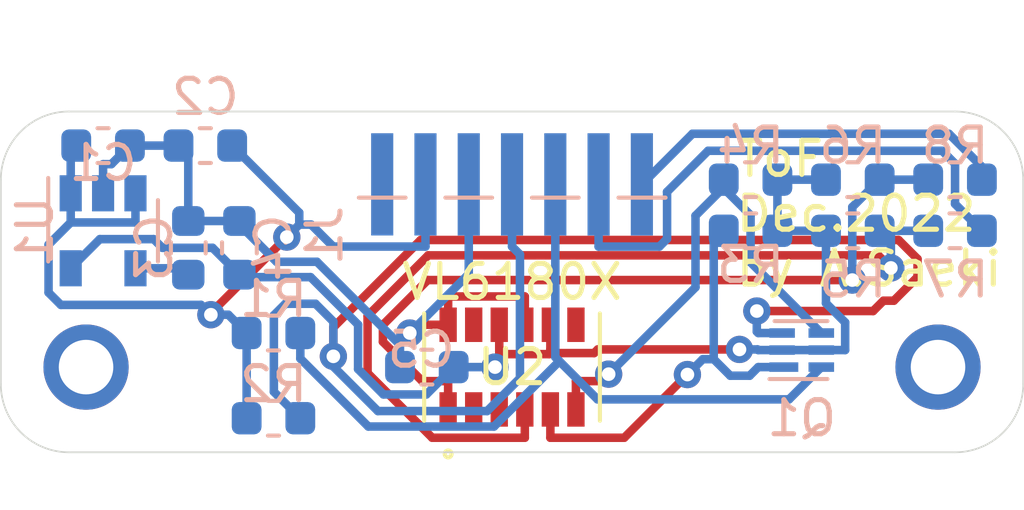
<source format=kicad_pcb>
(kicad_pcb (version 20211014) (generator pcbnew)
  (layers (0 "F.Cu" signal) (31 "B.Cu" signal) (34 "B.Paste" user) (35 "F.Paste" user) (36 "B.SilkS" user "B.Silkscreen") (37 "F.SilkS" user "F.Silkscreen") (38 "B.Mask" user) (39 "F.Mask" user) (44 "Edge.Cuts" user))
  (net 0 "")
  (net 1 "GND")
  (net 2 "VCC")
  (net 3 "Net-(C3-Pad1)")
  (net 4 "VDD")
  (net 5 "Net-(J1-Pad7)")
  (net 6 "Net-(J1-Pad6)")
  (net 7 "Net-(J1-Pad5)")
  (net 8 "Net-(J1-Pad4)")
  (net 9 "Net-(Q1-Pad4)")
  (net 10 "Net-(Q1-Pad1)")
  (net 11 "Net-(R5-Pad2)")
  (net 12 "Net-(R6-Pad2)")
  (footprint "0.main.robot:VL6180XV0NR&slash_1" (layer "F.Cu") (at 130 107.5 90)
    (fp_text reference "U2" (at 0 0 180) (layer "F.SilkS"))
    (fp_text value "VL6180X" (at 2.5 0 180) (layer "F.SilkS"))
    (fp_line (start 1.5748 -2.5781) (end -1.5748 -2.5781) (layer "F.SilkS") (width 0.12))
    (fp_line (start -1.5748 2.5781) (end 1.5748 2.5781) (layer "F.SilkS") (width 0.12))
    (fp_circle (center -2.548599 -1.875) (end -2.446999 -1.875) (layer "F.SilkS") (width 0.12) (fill none))
    (pad "1" smd rect locked (at -1.2422 -1.875 90) (size 1.011199 0.5088) (layers "F.Cu" "F.Paste" "F.Mask") (net 12 "Net-(R6-Pad2)"))
    (pad "2" smd rect locked (at -1.2422 -1.124999 90) (size 1.011199 0.5088) (layers "F.Cu" "F.Paste" "F.Mask"))
    (pad "3" smd rect locked (at -1.2422 -0.375001 90) (size 1.011199 0.5088) (layers "F.Cu" "F.Paste" "F.Mask"))
    (pad "4" smd rect locked (at -1.2422 0.375001 90) (size 1.011199 0.5088) (layers "F.Cu" "F.Paste" "F.Mask") (net 11 "Net-(R5-Pad2)"))
    (pad "5" smd rect locked (at -1.2422 1.124999 90) (size 1.011199 0.5088) (layers "F.Cu" "F.Paste" "F.Mask") (net 10 "Net-(Q1-Pad1)"))
    (pad "6" smd rect locked (at -1.2422 1.875 90) (size 1.011199 0.5088) (layers "F.Cu" "F.Paste" "F.Mask") (net 9 "Net-(Q1-Pad4)"))
    (pad "7" smd rect locked (at 1.2422 1.875 90) (size 1.011199 0.5088) (layers "F.Cu" "F.Paste" "F.Mask"))
    (pad "8" smd rect locked (at 1.2422 1.124999 90) (size 1.011199 0.5088) (layers "F.Cu" "F.Paste" "F.Mask") (net 4 "VDD"))
    (pad "9" smd rect locked (at 1.2422 0.375001 90) (size 1.011199 0.5088) (layers "F.Cu" "F.Paste" "F.Mask") (net 1 "GND"))
    (pad "10" smd rect locked (at 1.2422 -0.375001 90) (size 1.011199 0.5088) (layers "F.Cu" "F.Paste" "F.Mask") (net 4 "VDD"))
    (pad "11" smd rect locked (at 1.2422 -1.124999 90) (size 1.011199 0.5088) (layers "F.Cu" "F.Paste" "F.Mask"))
    (pad "12" smd rect locked (at 1.2422 -1.875 90) (size 1.011199 0.5088) (layers "F.Cu" "F.Paste" "F.Mask") (net 1 "GND"))
  )
  (footprint "Capacitor_SMD:C_0603_1608Metric" (layer "B.Cu") (at 118 101)
    (fp_text reference "C1" (at 0 0.51) (layer "B.SilkS") (effects (justify mirror)))
    (fp_text value "1u")
    (fp_line (start -0.162779 -0.51) (end 0.162779 -0.51) (layer "B.SilkS") (width 0.12))
    (fp_line (start -0.162779 0.51) (end 0.162779 0.51) (layer "B.SilkS") (width 0.12))
    (pad "1" smd roundrect locked (at -0.7875 0) (size 0.875 0.95) (layers "B.Cu" "B.Paste" "B.Mask") (net 2 "VCC"))
    (pad "2" smd roundrect locked (at 0.7875 0) (size 0.875 0.95) (layers "B.Cu" "B.Paste" "B.Mask") (net 1 "GND"))
  )
  (footprint "Capacitor_SMD:C_0603_1608Metric" (layer "B.Cu") (at 121 101 180)
    (fp_text reference "C2" (at 0 1.43) (layer "B.SilkS") (effects (justify mirror)))
    (fp_text value "0.1u")
    (fp_line (start -0.162779 -0.51) (end 0.162779 -0.51) (layer "B.SilkS") (width 0.12))
    (fp_line (start -0.162779 0.51) (end 0.162779 0.51) (layer "B.SilkS") (width 0.12))
    (pad "1" smd roundrect locked (at -0.7875 0 180) (size 0.875 0.95) (layers "B.Cu" "B.Paste" "B.Mask") (net 2 "VCC"))
    (pad "2" smd roundrect locked (at 0.7875 0 180) (size 0.875 0.95) (layers "B.Cu" "B.Paste" "B.Mask") (net 1 "GND"))
  )
  (footprint "Capacitor_SMD:C_0603_1608Metric" (layer "B.Cu") (at 120.5 104 90)
    (fp_text reference "C3" (at 0 -1 90) (layer "B.SilkS") (effects (justify mirror)))
    (fp_text value "0.01u")
    (fp_line (start -0.162779 0.51) (end 0.162779 0.51) (layer "B.SilkS") (width 0.12))
    (fp_line (start -0.162779 -0.51) (end 0.162779 -0.51) (layer "B.SilkS") (width 0.12))
    (pad "1" smd roundrect locked (at -0.7875 0 90) (size 0.875 0.95) (layers "B.Cu" "B.Paste" "B.Mask") (net 3 "Net-(C3-Pad1)"))
    (pad "2" smd roundrect locked (at 0.7875 0 90) (size 0.875 0.95) (layers "B.Cu" "B.Paste" "B.Mask") (net 1 "GND"))
  )
  (footprint "Capacitor_SMD:C_0603_1608Metric" (layer "B.Cu") (at 122 104 90)
    (fp_text reference "C4" (at 0 1 90) (layer "B.SilkS") (effects (justify mirror)))
    (fp_text value "1u")
    (fp_line (start -0.162779 0.51) (end 0.162779 0.51) (layer "B.SilkS") (width 0.12))
    (fp_line (start -0.162779 -0.51) (end 0.162779 -0.51) (layer "B.SilkS") (width 0.12))
    (pad "1" smd roundrect locked (at -0.7875 0 90) (size 0.875 0.95) (layers "B.Cu" "B.Paste" "B.Mask") (net 4 "VDD"))
    (pad "2" smd roundrect locked (at 0.7875 0 90) (size 0.875 0.95) (layers "B.Cu" "B.Paste" "B.Mask") (net 1 "GND"))
  )
  (footprint "Capacitor_SMD:C_0603_1608Metric" (layer "B.Cu") (at 127.5 107.5 180)
    (fp_text reference "C5" (at 0.162779 0.51) (layer "B.SilkS") (effects (justify mirror)))
    (fp_text value "0.1u")
    (fp_line (start -0.162779 -0.51) (end 0.162779 -0.51) (layer "B.SilkS") (width 0.12))
    (fp_line (start -0.162779 0.51) (end 0.162779 0.51) (layer "B.SilkS") (width 0.12))
    (pad "1" smd roundrect locked (at -0.7875 0 180) (size 0.875 0.95) (layers "B.Cu" "B.Paste" "B.Mask") (net 4 "VDD"))
    (pad "2" smd roundrect locked (at 0.7875 0 180) (size 0.875 0.95) (layers "B.Cu" "B.Paste" "B.Mask") (net 1 "GND"))
  )
  (footprint "Package_SON:WSON-6_1.5x1.5mm_P0.5mm" (layer "B.Cu") (at 138.5 107)
    (fp_text reference "Q1" (at 0 2) (layer "B.SilkS") (effects (justify mirror)))
    (fp_text value "SSM6N42FE")
    (fp_line (start -0.945 0.85) (end 0.755 0.85) (layer "B.SilkS") (width 0.12))
    (fp_line (start -0.795 -0.85) (end 0.755 -0.85) (layer "B.SilkS") (width 0.12))
    (pad "1" smd rect locked (at -0.525 0.5 90) (size 0.28 0.85) (layers "B.Cu" "B.Paste" "B.Mask") (net 10 "Net-(Q1-Pad1)"))
    (pad "2" smd rect locked (at -0.575 0 90) (size 0.28 0.75) (layers "B.Cu" "B.Paste" "B.Mask") (net 4 "VDD"))
    (pad "3" smd rect locked (at -0.575 -0.5 90) (size 0.28 0.75) (layers "B.Cu" "B.Paste" "B.Mask") (net 8 "Net-(J1-Pad4)"))
    (pad "4" smd rect locked (at 0.575 -0.5 90) (size 0.28 0.75) (layers "B.Cu" "B.Paste" "B.Mask") (net 9 "Net-(Q1-Pad4)"))
    (pad "5" smd rect locked (at 0.575 0 90) (size 0.28 0.75) (layers "B.Cu" "B.Paste" "B.Mask") (net 4 "VDD"))
    (pad "6" smd rect locked (at 0.575 0.5 90) (size 0.28 0.75) (layers "B.Cu" "B.Paste" "B.Mask") (net 7 "Net-(J1-Pad5)"))
  )
  (footprint "Resistor_SMD:R_0603_1608Metric" (layer "B.Cu") (at 123 106.5)
    (fp_text reference "R1" (at 0 -1) (layer "B.SilkS") (effects (justify mirror)))
    (fp_text value "10k")
    (fp_line (start -0.162779 -0.51) (end 0.162779 -0.51) (layer "B.SilkS") (width 0.12))
    (fp_line (start -0.162779 0.51) (end 0.162779 0.51) (layer "B.SilkS") (width 0.12))
    (pad "1" smd roundrect locked (at -0.7875 0) (size 0.875 0.95) (layers "B.Cu" "B.Paste" "B.Mask") (net 2 "VCC"))
    (pad "2" smd roundrect locked (at 0.7875 0) (size 0.875 0.95) (layers "B.Cu" "B.Paste" "B.Mask") (net 7 "Net-(J1-Pad5)"))
  )
  (footprint "Resistor_SMD:R_0603_1608Metric" (layer "B.Cu") (at 123 109)
    (fp_text reference "R2" (at 0 -1) (layer "B.SilkS") (effects (justify mirror)))
    (fp_text value "10k")
    (fp_line (start -0.162779 0.51) (end 0.162779 0.51) (layer "B.SilkS") (width 0.12))
    (fp_line (start -0.162779 -0.51) (end 0.162779 -0.51) (layer "B.SilkS") (width 0.12))
    (pad "1" smd roundrect locked (at -0.7875 0) (size 0.875 0.95) (layers "B.Cu" "B.Paste" "B.Mask") (net 2 "VCC"))
    (pad "2" smd roundrect locked (at 0.7875 0) (size 0.875 0.95) (layers "B.Cu" "B.Paste" "B.Mask") (net 8 "Net-(J1-Pad4)"))
  )
  (footprint "Resistor_SMD:R_0603_1608Metric" (layer "B.Cu") (at 137 103.5 180)
    (fp_text reference "R3" (at 0 -1) (layer "B.SilkS") (effects (justify mirror)))
    (fp_text value "10k")
    (fp_line (start -0.162779 -0.51) (end 0.162779 -0.51) (layer "B.SilkS") (width 0.12))
    (fp_line (start -0.162779 0.51) (end 0.162779 0.51) (layer "B.SilkS") (width 0.12))
    (pad "1" smd roundrect locked (at -0.7875 0 180) (size 0.875 0.95) (layers "B.Cu" "B.Paste" "B.Mask") (net 4 "VDD"))
    (pad "2" smd roundrect locked (at 0.7875 0 180) (size 0.875 0.95) (layers "B.Cu" "B.Paste" "B.Mask") (net 10 "Net-(Q1-Pad1)"))
  )
  (footprint "Resistor_SMD:R_0603_1608Metric" (layer "B.Cu") (at 137 102 180)
    (fp_text reference "R4" (at 0 1) (layer "B.SilkS") (effects (justify mirror)))
    (fp_text value "10k")
    (fp_line (start -0.162779 0.51) (end 0.162779 0.51) (layer "B.SilkS") (width 0.12))
    (fp_line (start -0.162779 -0.51) (end 0.162779 -0.51) (layer "B.SilkS") (width 0.12))
    (pad "1" smd roundrect locked (at -0.7875 0 180) (size 0.875 0.95) (layers "B.Cu" "B.Paste" "B.Mask") (net 4 "VDD"))
    (pad "2" smd roundrect locked (at 0.7875 0 180) (size 0.875 0.95) (layers "B.Cu" "B.Paste" "B.Mask") (net 9 "Net-(Q1-Pad4)"))
  )
  (footprint "Resistor_SMD:R_0603_1608Metric" (layer "B.Cu") (at 140 103.5)
    (fp_text reference "R5" (at 0 1.43) (layer "B.SilkS") (effects (justify mirror)))
    (fp_text value "47k")
    (fp_line (start -0.162779 -0.51) (end 0.162779 -0.51) (layer "B.SilkS") (width 0.12))
    (fp_line (start -0.162779 0.51) (end 0.162779 0.51) (layer "B.SilkS") (width 0.12))
    (pad "1" smd roundrect locked (at -0.7875 0) (size 0.875 0.95) (layers "B.Cu" "B.Paste" "B.Mask") (net 4 "VDD"))
    (pad "2" smd roundrect locked (at 0.7875 0) (size 0.875 0.95) (layers "B.Cu" "B.Paste" "B.Mask") (net 11 "Net-(R5-Pad2)"))
  )
  (footprint "Resistor_SMD:R_0603_1608Metric" (layer "B.Cu") (at 140 102)
    (fp_text reference "R6" (at 0 -1) (layer "B.SilkS") (effects (justify mirror)))
    (fp_text value "47k")
    (fp_line (start -0.162779 -0.51) (end 0.162779 -0.51) (layer "B.SilkS") (width 0.12))
    (fp_line (start -0.162779 0.51) (end 0.162779 0.51) (layer "B.SilkS") (width 0.12))
    (pad "1" smd roundrect locked (at -0.7875 0) (size 0.875 0.95) (layers "B.Cu" "B.Paste" "B.Mask") (net 4 "VDD"))
    (pad "2" smd roundrect locked (at 0.7875 0) (size 0.875 0.95) (layers "B.Cu" "B.Paste" "B.Mask") (net 12 "Net-(R6-Pad2)"))
  )
  (footprint "Resistor_SMD:R_0603_1608Metric" (layer "B.Cu") (at 143 103.5)
    (fp_text reference "R7" (at 0 1.43) (layer "B.SilkS") (effects (justify mirror)))
    (fp_text value "1k")
    (fp_line (start -0.162779 0.51) (end 0.162779 0.51) (layer "B.SilkS") (width 0.12))
    (fp_line (start -0.162779 -0.51) (end 0.162779 -0.51) (layer "B.SilkS") (width 0.12))
    (pad "1" smd roundrect locked (at -0.7875 0) (size 0.875 0.95) (layers "B.Cu" "B.Paste" "B.Mask") (net 11 "Net-(R5-Pad2)"))
    (pad "2" smd roundrect locked (at 0.7875 0) (size 0.875 0.95) (layers "B.Cu" "B.Paste" "B.Mask") (net 6 "Net-(J1-Pad6)"))
  )
  (footprint "Resistor_SMD:R_0603_1608Metric" (layer "B.Cu") (at 143 102)
    (fp_text reference "R8" (at 0 -1) (layer "B.SilkS") (effects (justify mirror)))
    (fp_text value "1k")
    (fp_line (start -0.162779 -0.51) (end 0.162779 -0.51) (layer "B.SilkS") (width 0.12))
    (fp_line (start -0.162779 0.51) (end 0.162779 0.51) (layer "B.SilkS") (width 0.12))
    (pad "1" smd roundrect locked (at -0.7875 0) (size 0.875 0.95) (layers "B.Cu" "B.Paste" "B.Mask") (net 12 "Net-(R6-Pad2)"))
    (pad "2" smd roundrect locked (at 0.7875 0) (size 0.875 0.95) (layers "B.Cu" "B.Paste" "B.Mask") (net 5 "Net-(J1-Pad7)"))
  )
  (footprint "Package_TO_SOT_SMD:SOT-23-5" (layer "B.Cu") (at 118 103.5 -90)
    (fp_text reference "U1" (at 0 2 90) (layer "B.SilkS") (effects (justify mirror)))
    (fp_text value "Si91841")
    (fp_line (start 0.9 1.61) (end -1.55 1.61) (layer "B.SilkS") (width 0.12))
    (fp_line (start -0.9 -1.61) (end 0.9 -1.61) (layer "B.SilkS") (width 0.12))
    (pad "1" smd rect locked (at -1.1 0.95 270) (size 1.06 0.65) (layers "B.Cu" "B.Paste" "B.Mask") (net 2 "VCC"))
    (pad "2" smd rect locked (at -1.1 0 270) (size 1.06 0.65) (layers "B.Cu" "B.Paste" "B.Mask") (net 1 "GND"))
    (pad "3" smd rect locked (at -1.1 -0.95 270) (size 1.06 0.65) (layers "B.Cu" "B.Paste" "B.Mask") (net 2 "VCC"))
    (pad "4" smd rect locked (at 1.1 -0.95 270) (size 1.06 0.65) (layers "B.Cu" "B.Paste" "B.Mask") (net 3 "Net-(C3-Pad1)"))
    (pad "5" smd rect locked (at 1.1 0.95 270) (size 1.06 0.65) (layers "B.Cu" "B.Paste" "B.Mask") (net 4 "VDD"))
  )
  (footprint "0.main.robot:Pin_1x07_P1.27mm_SMD" (layer "B.Cu") (at 130 103.6375 -90)
    (fp_text reference "J1" (at 0 5.505 90) (layer "B.SilkS") (effects (justify mirror)))
    (fp_text value "Conn_01x07")
    (fp_line (start -1.11 -4.395) (end -1.11 -4.505) (layer "B.SilkS") (width 0.12))
    (fp_line (start -1.11 -0.585) (end -1.11 -1.955) (layer "B.SilkS") (width 0.12))
    (fp_line (start -1.11 4.495) (end -1.11 3.125) (layer "B.SilkS") (width 0.12))
    (fp_line (start -1.11 -3.125) (end -1.11 -4.495) (layer "B.SilkS") (width 0.12))
    (fp_line (start -1.11 1.955) (end -1.11 0.585) (layer "B.SilkS") (width 0.12))
    (pad "1" smd rect locked (at -1.5 3.81 270) (size 3 0.65) (layers "B.Cu" "B.Paste" "B.Mask"))
    (pad "2" smd rect locked (at -1.5 2.54 270) (size 3 0.65) (layers "B.Cu" "B.Paste" "B.Mask") (net 2 "VCC"))
    (pad "3" smd rect locked (at -1.5 1.27 270) (size 3 0.65) (layers "B.Cu" "B.Paste" "B.Mask") (net 1 "GND"))
    (pad "4" smd rect locked (at -1.5 0 270) (size 3 0.65) (layers "B.Cu" "B.Paste" "B.Mask") (net 8 "Net-(J1-Pad4)"))
    (pad "5" smd rect locked (at -1.5 -1.27 270) (size 3 0.65) (layers "B.Cu" "B.Paste" "B.Mask") (net 7 "Net-(J1-Pad5)"))
    (pad "6" smd rect locked (at -1.5 -2.54 270) (size 3 0.65) (layers "B.Cu" "B.Paste" "B.Mask") (net 6 "Net-(J1-Pad6)"))
    (pad "7" smd rect locked (at -1.5 -3.81 270) (size 3 0.65) (layers "B.Cu" "B.Paste" "B.Mask") (net 5 "Net-(J1-Pad7)"))
  )
  (gr_arc (start 117.000001 109.999999) (mid 115.585787 109.414213) (end 115.000001 107.999999) (layer "Edge.Cuts") (width 0.05))
  (gr_arc (start 142.999999 100.000001) (mid 144.414213 100.585787) (end 144.999999 102.000001) (layer "Edge.Cuts") (width 0.05))
  (gr_line (start 144.999999 102.000001) (end 144.999999 107.999999) (layer "Edge.Cuts") (width 0.05))
  (gr_line (start 117 100) (end 142.999999 100.000001) (layer "Edge.Cuts") (width 0.05))
  (gr_line (start 142.999999 109.999999) (end 117.000001 109.999999) (layer "Edge.Cuts") (width 0.05))
  (gr_line (start 115.000001 107.999999) (end 115 102) (layer "Edge.Cuts") (width 0.05))
  (gr_arc (start 115 102) (mid 115.585786 100.585786) (end 117 100) (layer "Edge.Cuts") (width 0.05))
  (gr_arc (start 144.999999 107.999999) (mid 144.414213 109.414213) (end 142.999999 109.999999) (layer "Edge.Cuts") (width 0.05))
  (gr_text "ToF\nDec.2022\nby A.Saeki" (at 136.5 103) (layer "F.SilkS") (effects (font (size 1 1)) (justify left)))
  (via (at 117.5 107.5) (size 2.5) (drill 1.6) (layers "F.Cu" "B.Cu") (net 0))
  (via (at 142.5 107.5) (size 2.5) (drill 1.6) (layers "F.Cu" "B.Cu") (net 0))
  (segment (start 128.125 106.2578) (end 128.125 105.4269) (width 0.25) (layer "F.Cu") (net 1))
  (segment (start 127.242 106.258) (end 127 106.5) (width 0.25) (layer "F.Cu") (net 1))
  (segment (start 128.1248 106.258) (end 127.242 106.258) (width 0.25) (layer "F.Cu") (net 1))
  (segment (start 130.375 105.4269) (end 128.125 105.4269) (width 0.25) (layer "F.Cu") (net 1))
  (segment (start 130.375 106.2578) (end 130.375 105.4269) (width 0.25) (layer "F.Cu") (net 1))
  (segment (start 128.1248 106.258) (end 128.125 106.2578) (width 0.25) (layer "F.Cu") (net 1))
  (segment (start 128.125 106.258) (end 128.1248 106.258) (width 0.25) (layer "F.Cu") (net 1))
  (via (at 127 106.5) (size 0.8) (drill 0.4) (layers "F.Cu" "B.Cu") (net 1))
  (segment (start 126.712 106.788) (end 127 106.5) (width 0.25) (layer "B.Cu") (net 1))
  (segment (start 124.2752 104.4096) (end 126.712 106.8464) (width 0.25) (layer "B.Cu") (net 1))
  (segment (start 126.712 107.233) (end 126.712 106.8464) (width 0.25) (layer "B.Cu") (net 1))
  (segment (start 126.7125 107.2335) (end 126.7125 107.5) (width 0.25) (layer "B.Cu") (net 1))
  (segment (start 122 103.2125) (end 122 103.3194) (width 0.25) (layer "B.Cu") (net 1))
  (segment (start 120.5 101.2875) (end 120.2125 101) (width 0.25) (layer "B.Cu") (net 1))
  (segment (start 128.73 104.77) (end 128.73 102.1375) (width 0.25) (layer "B.Cu") (net 1))
  (segment (start 118.7875 101) (end 120.2125 101) (width 0.25) (layer "B.Cu") (net 1))
  (segment (start 126.712 106.8464) (end 126.712 106.788) (width 0.25) (layer "B.Cu") (net 1))
  (segment (start 118.2428 101.5447) (end 118.7875 101) (width 0.25) (layer "B.Cu") (net 1))
  (segment (start 120.5 103.2125) (end 120.5 101.2875) (width 0.25) (layer "B.Cu") (net 1))
  (segment (start 118 101.5447) (end 118.2428 101.5447) (width 0.25) (layer "B.Cu") (net 1))
  (segment (start 122 103.2125) (end 120.5 103.2125) (width 0.25) (layer "B.Cu") (net 1))
  (segment (start 127 106.5) (end 128.73 104.77) (width 0.25) (layer "B.Cu") (net 1))
  (segment (start 118 102.4) (end 118 101.5447) (width 0.25) (layer "B.Cu") (net 1))
  (segment (start 126.712 107.233) (end 126.7125 107.2335) (width 0.25) (layer "B.Cu") (net 1))
  (segment (start 126.712 107.5) (end 126.712 107.233) (width 0.25) (layer "B.Cu") (net 1))
  (segment (start 123.0902 104.4096) (end 124.2752 104.4096) (width 0.25) (layer "B.Cu") (net 1))
  (segment (start 122 103.3194) (end 123.0902 104.4096) (width 0.25) (layer "B.Cu") (net 1))
  (segment (start 121.1631 105.9118) (end 121.1631 105.9629) (width 0.25) (layer "F.Cu") (net 2))
  (segment (start 123.3906 103.6843) (end 121.1631 105.9118) (width 0.25) (layer "F.Cu") (net 2))
  (via (at 123.3906 103.6843) (size 0.8) (drill 0.4) (layers "F.Cu" "B.Cu") (net 2))
  (via (at 121.1631 105.9629) (size 0.8) (drill 0.4) (layers "F.Cu" "B.Cu") (net 2))
  (segment (start 123.7565 102.969) (end 123.7565 103.3184) (width 0.25) (layer "B.Cu") (net 2))
  (segment (start 127.46 103.9628) (end 124.7503 103.9628) (width 0.25) (layer "B.Cu") (net 2))
  (segment (start 121.6754 105.9629) (end 121.1631 105.9629) (width 0.25) (layer "B.Cu") (net 2))
  (segment (start 117.05 101.1625) (end 117.2125 101) (width 0.25) (layer "B.Cu") (net 2))
  (segment (start 124.1059 103.3184) (end 123.7565 103.3184) (width 0.25) (layer "B.Cu") (net 2))
  (segment (start 116.3997 105.3129) (end 116.3997 103.9056) (width 0.25) (layer "B.Cu") (net 2))
  (segment (start 116.7614 105.6746) (end 116.3997 105.3129) (width 0.25) (layer "B.Cu") (net 2))
  (segment (start 118.95 102.4) (end 118.95 103.2553) (width 0.25) (layer "B.Cu") (net 2))
  (segment (start 120.8748 105.6746) (end 116.7614 105.6746) (width 0.25) (layer "B.Cu") (net 2))
  (segment (start 127.46 102.1375) (end 127.46 103.9628) (width 0.25) (layer "B.Cu") (net 2))
  (segment (start 121.7875 101) (end 123.7565 102.969) (width 0.25) (layer "B.Cu") (net 2))
  (segment (start 117.05 102.4) (end 117.05 101.1625) (width 0.25) (layer "B.Cu") (net 2))
  (segment (start 124.7503 103.9628) (end 124.1059 103.3184) (width 0.25) (layer "B.Cu") (net 2))
  (segment (start 117.05 102.4) (end 117.05 103.2553) (width 0.25) (layer "B.Cu") (net 2))
  (segment (start 118.95 103.2553) (end 117.05 103.2553) (width 0.25) (layer "B.Cu") (net 2))
  (segment (start 123.7565 103.3184) (end 123.3906 103.6843) (width 0.25) (layer "B.Cu") (net 2))
  (segment (start 121.1631 105.9629) (end 120.8748 105.6746) (width 0.25) (layer "B.Cu") (net 2))
  (segment (start 116.3997 103.9056) (end 117.05 103.2553) (width 0.25) (layer "B.Cu") (net 2))
  (segment (start 122.2125 109) (end 122.2125 106.5) (width 0.25) (layer "B.Cu") (net 2))
  (segment (start 122.2125 106.5) (end 121.6754 105.9629) (width 0.25) (layer "B.Cu") (net 2))
  (segment (start 118.95 104.6) (end 120.3125 104.6) (width 0.25) (layer "B.Cu") (net 3))
  (segment (start 120.3125 104.6) (end 120.5 104.7875) (width 0.25) (layer "B.Cu") (net 3))
  (segment (start 129.625 107.1192) (end 129.625 107.375) (width 0.25) (layer "F.Cu") (net 4))
  (segment (start 129.625 106.258) (end 129.625 107.1192) (width 0.25) (layer "F.Cu") (net 4))
  (segment (start 131.125 106.2578) (end 131.125 106.9761) (width 0.25) (layer "F.Cu") (net 4))
  (segment (start 132.5163 106.9812) (end 136.6745 106.9812) (width 0.25) (layer "F.Cu") (net 4))
  (segment (start 129.625 107.1192) (end 131.0945 107.1192) (width 0.25) (layer "F.Cu") (net 4))
  (segment (start 131.125 106.9761) (end 131.125 107.0887) (width 0.25) (layer "F.Cu") (net 4))
  (segment (start 131.0945 107.1192) (end 131.125 107.0887) (width 0.25) (layer "F.Cu") (net 4))
  (segment (start 129.625 106.258) (end 129.625 106.2578) (width 0.25) (layer "F.Cu") (net 4))
  (segment (start 131.125 107.0887) (end 132.4088 107.0887) (width 0.25) (layer "F.Cu") (net 4))
  (segment (start 129.625 107.375) (end 129.5 107.5) (width 0.25) (layer "F.Cu") (net 4))
  (segment (start 132.4088 107.0887) (end 132.5163 106.9812) (width 0.25) (layer "F.Cu") (net 4))
  (via (at 136.6745 106.9812) (size 0.8) (drill 0.4) (layers "F.Cu" "B.Cu") (net 4))
  (via (at 129.5 107.5) (size 0.8) (drill 0.4) (layers "F.Cu" "B.Cu") (net 4))
  (segment (start 128.288 107.5) (end 128.2875 107.5) (width 0.25) (layer "B.Cu") (net 4))
  (segment (start 125.4827 106.254) (end 124.0886 104.8599) (width 0.25) (layer "B.Cu") (net 4))
  (segment (start 124.0886 104.8599) (end 122.0724 104.8599) (width 0.25) (layer "B.Cu") (net 4))
  (segment (start 128.288 107.5) (end 129.5 107.5) (width 0.25) (layer "B.Cu") (net 4))
  (segment (start 128.2875 107.5) (end 127.4852 108.3023) (width 0.25) (layer "B.Cu") (net 4))
  (segment (start 137.7875 103.5) (end 137.7875 102) (width 0.25) (layer "B.Cu") (net 4))
  (segment (start 137.925 107) (end 139.075 107) (width 0.25) (layer "B.Cu") (net 4))
  (segment (start 119.4842 103.7446) (end 119.7396 104) (width 0.25) (layer "B.Cu") (net 4))
  (segment (start 137.925 107) (end 137.2247 107) (width 0.25) (layer "B.Cu") (net 4))
  (segment (start 121.2125 104) (end 122 104.7875) (width 0.25) (layer "B.Cu") (net 4))
  (segment (start 117.9054 103.7446) (end 119.4842 103.7446) (width 0.25) (layer "B.Cu") (net 4))
  (segment (start 136.6745 106.9812) (end 137.2059 106.9812) (width 0.25) (layer "B.Cu") (net 4))
  (segment (start 119.7396 104) (end 121.2125 104) (width 0.25) (layer "B.Cu") (net 4))
  (segment (start 125.4827 107.5592) (end 125.4827 106.254) (width 0.25) (layer "B.Cu") (net 4))
  (segment (start 122.0724 104.8599) (end 122 104.7875) (width 0.25) (layer "B.Cu") (net 4))
  (segment (start 139.075 107) (end 139.7753 107) (width 0.25) (layer "B.Cu") (net 4))
  (segment (start 137.2059 106.9812) (end 137.2247 107) (width 0.25) (layer "B.Cu") (net 4))
  (segment (start 139.7753 107) (end 139.7753 106.1881) (width 0.25) (layer "B.Cu") (net 4))
  (segment (start 139.2125 102) (end 137.7875 102) (width 0.25) (layer "B.Cu") (net 4))
  (segment (start 137.7875 103.5) (end 139.2125 103.5) (width 0.25) (layer "B.Cu") (net 4))
  (segment (start 139.2125 105.6253) (end 139.2125 103.5) (width 0.25) (layer "B.Cu") (net 4))
  (segment (start 126.2258 108.3023) (end 125.4827 107.5592) (width 0.25) (layer "B.Cu") (net 4))
  (segment (start 117.05 104.6) (end 117.9054 103.7446) (width 0.25) (layer "B.Cu") (net 4))
  (segment (start 139.7753 106.1881) (end 139.2125 105.6253) (width 0.25) (layer "B.Cu") (net 4))
  (segment (start 127.4852 108.3023) (end 126.2258 108.3023) (width 0.25) (layer "B.Cu") (net 4))
  (segment (start 135.2951 100.6524) (end 142.8188 100.6524) (width 0.25) (layer "B.Cu") (net 5))
  (segment (start 143.7875 101.6211) (end 143.7875 102) (width 0.25) (layer "B.Cu") (net 5))
  (segment (start 142.8188 100.6524) (end 143.7875 101.6211) (width 0.25) (layer "B.Cu") (net 5))
  (segment (start 133.81 102.1375) (end 135.2951 100.6524) (width 0.25) (layer "B.Cu") (net 5))
  (segment (start 143 102.7125) (end 143.7875 103.5) (width 0.25) (layer "B.Cu") (net 6))
  (segment (start 134.5494 102.3564) (end 135.7536 101.1522) (width 0.25) (layer "B.Cu") (net 6))
  (segment (start 134.3237 103.9628) (end 134.5494 103.7371) (width 0.25) (layer "B.Cu") (net 6))
  (segment (start 134.5494 103.7371) (end 134.5494 102.3564) (width 0.25) (layer "B.Cu") (net 6))
  (segment (start 135.7536 101.1522) (end 142.6214 101.1522) (width 0.25) (layer "B.Cu") (net 6))
  (segment (start 132.54 103.9628) (end 134.3237 103.9628) (width 0.25) (layer "B.Cu") (net 6))
  (segment (start 142.6214 101.1522) (end 143 101.5308) (width 0.25) (layer "B.Cu") (net 6))
  (segment (start 143 101.5308) (end 143 102.7125) (width 0.25) (layer "B.Cu") (net 6))
  (segment (start 132.54 102.1375) (end 132.54 103.9628) (width 0.25) (layer "B.Cu") (net 6))
  (segment (start 131.3888 107.3263) (end 132.5092 108.4467) (width 0.25) (layer "B.Cu") (net 7))
  (segment (start 131.27 107.2075) (end 131.3888 107.3263) (width 0.25) (layer "B.Cu") (net 7))
  (segment (start 131.27 102.1375) (end 131.27 107.2075) (width 0.25) (layer "B.Cu") (net 7))
  (segment (start 129.4714 109.2437) (end 131.3888 107.3263) (width 0.25) (layer "B.Cu") (net 7))
  (segment (start 123.7875 107.2491) (end 125.7821 109.2437) (width 0.25) (layer "B.Cu") (net 7))
  (segment (start 132.5092 108.4467) (end 138.1283 108.4467) (width 0.25) (layer "B.Cu") (net 7))
  (segment (start 123.7875 106.5) (end 123.7875 107.2491) (width 0.25) (layer "B.Cu") (net 7))
  (segment (start 125.7821 109.2437) (end 129.4714 109.2437) (width 0.25) (layer "B.Cu") (net 7))
  (segment (start 138.1283 108.4467) (end 139.075 107.5) (width 0.25) (layer "B.Cu") (net 7))
  (segment (start 141.8989 104.8565) (end 141.8989 104.3261) (width 0.25) (layer "F.Cu") (net 8))
  (segment (start 141.204 105.5514) (end 141.8989 104.8565) (width 0.25) (layer "F.Cu") (net 8))
  (segment (start 140.8999 105.5514) (end 141.204 105.5514) (width 0.25) (layer "F.Cu") (net 8))
  (segment (start 137.1831 105.8548) (end 140.5965 105.8548) (width 0.25) (layer "F.Cu") (net 8))
  (segment (start 141.343 103.7702) (end 127.3199 103.7702) (width 0.25) (layer "F.Cu") (net 8))
  (segment (start 127.3199 103.7702) (end 124.7574 106.3327) (width 0.25) (layer "F.Cu") (net 8))
  (segment (start 140.5965 105.8548) (end 140.8999 105.5514) (width 0.25) (layer "F.Cu") (net 8))
  (segment (start 124.7574 106.3327) (end 124.7574 107.1843) (width 0.25) (layer "F.Cu") (net 8))
  (segment (start 141.8989 104.3261) (end 141.343 103.7702) (width 0.25) (layer "F.Cu") (net 8))
  (via (at 124.7574 107.1843) (size 0.8) (drill 0.4) (layers "F.Cu" "B.Cu") (net 8))
  (via (at 137.1831 105.8548) (size 0.8) (drill 0.4) (layers "F.Cu" "B.Cu") (net 8))
  (segment (start 130.2323 104.1951) (end 130 103.9628) (width 0.25) (layer "B.Cu") (net 8))
  (segment (start 123.0115 105.9787) (end 123.3488 105.6414) (width 0.25) (layer "B.Cu") (net 8))
  (segment (start 130 102.1375) (end 130 103.9628) (width 0.25) (layer "B.Cu") (net 8))
  (segment (start 123.3488 105.6414) (end 124.2331 105.6414) (width 0.25) (layer "B.Cu") (net 8))
  (segment (start 126.0631 108.7897) (end 129.27 108.7897) (width 0.25) (layer "B.Cu") (net 8))
  (segment (start 124.2331 105.6414) (end 124.7574 106.1657) (width 0.25) (layer "B.Cu") (net 8))
  (segment (start 123.7875 109) (end 123.0115 108.224) (width 0.25) (layer "B.Cu") (net 8))
  (segment (start 130.2323 107.8274) (end 130.2323 104.1951) (width 0.25) (layer "B.Cu") (net 8))
  (segment (start 137.1831 106.4584) (end 137.2247 106.5) (width 0.25) (layer "B.Cu") (net 8))
  (segment (start 137.1831 105.8548) (end 137.1831 106.4584) (width 0.25) (layer "B.Cu") (net 8))
  (segment (start 124.7574 106.1657) (end 124.7574 107.1843) (width 0.25) (layer "B.Cu") (net 8))
  (segment (start 123.0115 108.224) (end 123.0115 105.9787) (width 0.25) (layer "B.Cu") (net 8))
  (segment (start 124.7574 107.484) (end 126.0631 108.7897) (width 0.25) (layer "B.Cu") (net 8))
  (segment (start 137.925 106.5) (end 137.2247 106.5) (width 0.25) (layer "B.Cu") (net 8))
  (segment (start 129.27 108.7897) (end 130.2323 107.8274) (width 0.25) (layer "B.Cu") (net 8))
  (segment (start 124.7574 107.1843) (end 124.7574 107.484) (width 0.25) (layer "B.Cu") (net 8))
  (segment (start 131.875 107.9113) (end 132.6307 107.9113) (width 0.25) (layer "F.Cu") (net 9))
  (segment (start 131.875 108.7422) (end 131.875 107.9113) (width 0.25) (layer "F.Cu") (net 9))
  (segment (start 132.6307 107.9113) (end 132.8354 107.7066) (width 0.25) (layer "F.Cu") (net 9))
  (via (at 132.8354 107.7066) (size 0.8) (drill 0.4) (layers "F.Cu" "B.Cu") (net 9))
  (segment (start 135.3837 105.1583) (end 135.3837 103.0574) (width 0.25) (layer "B.Cu") (net 9))
  (segment (start 137 103.0417) (end 136.1997 102.2414) (width 0.25) (layer "B.Cu") (net 9))
  (segment (start 135.3837 103.0574) (end 136.1997 102.2414) (width 0.25) (layer "B.Cu") (net 9))
  (segment (start 136.2125 102) (end 136.1997 102.0128) (width 0.25) (layer "B.Cu") (net 9))
  (segment (start 139.075 106.5) (end 137 104.425) (width 0.25) (layer "B.Cu") (net 9))
  (segment (start 136.1997 102.0128) (end 136.1997 102.2414) (width 0.25) (layer "B.Cu") (net 9))
  (segment (start 132.8354 107.7066) (end 135.3837 105.1583) (width 0.25) (layer "B.Cu") (net 9))
  (segment (start 137 104.425) (end 137 103.0417) (width 0.25) (layer "B.Cu") (net 9))
  (segment (start 131.125 108.7422) (end 131.125 109.5731) (width 0.25) (layer "F.Cu") (net 10))
  (segment (start 135.1467 107.7185) (end 133.2921 109.5731) (width 0.25) (layer "F.Cu") (net 10))
  (segment (start 133.2921 109.5731) (end 131.125 109.5731) (width 0.25) (layer "F.Cu") (net 10))
  (via (at 135.1467 107.7185) (size 0.8) (drill 0.4) (layers "F.Cu" "B.Cu") (net 10))
  (segment (start 136.4037 107.7527) (end 136.972 107.7527) (width 0.25) (layer "B.Cu") (net 10))
  (segment (start 136.2125 103.5) (end 135.9187 103.7938) (width 0.25) (layer "B.Cu") (net 10))
  (segment (start 135.9187 107.2677) (end 135.5975 107.2677) (width 0.25) (layer "B.Cu") (net 10))
  (segment (start 135.5975 107.2677) (end 135.1467 107.7185) (width 0.25) (layer "B.Cu") (net 10))
  (segment (start 135.9187 107.2677) (end 136.4037 107.7527) (width 0.25) (layer "B.Cu") (net 10))
  (segment (start 136.972 107.7527) (end 137.2247 107.5) (width 0.25) (layer "B.Cu") (net 10))
  (segment (start 137.975 107.5) (end 137.2247 107.5) (width 0.25) (layer "B.Cu") (net 10))
  (segment (start 135.9187 103.7938) (end 135.9187 107.2677) (width 0.25) (layer "B.Cu") (net 10))
  (segment (start 127.5404 104.2205) (end 125.7612 105.9997) (width 0.25) (layer "F.Cu") (net 11))
  (segment (start 125.7612 107.6769) (end 127.6574 109.5731) (width 0.25) (layer "F.Cu") (net 11))
  (segment (start 140.7471 104.2205) (end 127.5404 104.2205) (width 0.25) (layer "F.Cu") (net 11))
  (segment (start 141.1167 104.5901) (end 140.7471 104.2205) (width 0.25) (layer "F.Cu") (net 11))
  (segment (start 130.375 108.7422) (end 130.375 109.5731) (width 0.25) (layer "F.Cu") (net 11))
  (segment (start 125.7612 105.9997) (end 125.7612 107.6769) (width 0.25) (layer "F.Cu") (net 11))
  (segment (start 127.6574 109.5731) (end 130.375 109.5731) (width 0.25) (layer "F.Cu") (net 11))
  (via (at 141.1167 104.5901) (size 0.8) (drill 0.4) (layers "F.Cu" "B.Cu") (net 11))
  (segment (start 141.1167 103.5) (end 140.7875 103.5) (width 0.25) (layer "B.Cu") (net 11))
  (segment (start 142.2125 103.5) (end 141.1167 103.5) (width 0.25) (layer "B.Cu") (net 11))
  (segment (start 141.1167 103.5) (end 141.1167 104.5901) (width 0.25) (layer "B.Cu") (net 11))
  (segment (start 127.5259 104.9458) (end 126.2116 106.2601) (width 0.25) (layer "F.Cu") (net 12))
  (segment (start 139.9845 104.9458) (end 127.5259 104.9458) (width 0.25) (layer "F.Cu") (net 12))
  (segment (start 126.2116 106.7577) (end 127.3652 107.9113) (width 0.25) (layer "F.Cu") (net 12))
  (segment (start 127.3652 107.9113) (end 128.125 107.9113) (width 0.25) (layer "F.Cu") (net 12))
  (segment (start 126.2116 106.2601) (end 126.2116 106.7577) (width 0.25) (layer "F.Cu") (net 12))
  (segment (start 128.125 108.7422) (end 128.125 107.9113) (width 0.25) (layer "F.Cu") (net 12))
  (via (at 139.9845 104.9458) (size 0.8) (drill 0.4) (layers "F.Cu" "B.Cu") (net 12))
  (segment (start 139.9845 102.803) (end 139.9845 104.9458) (width 0.25) (layer "B.Cu") (net 12))
  (segment (start 140.7875 102) (end 139.9845 102.803) (width 0.25) (layer "B.Cu") (net 12))
  (segment (start 142.2125 102) (end 140.7875 102) (width 0.25) (layer "B.Cu") (net 12))
)
</source>
